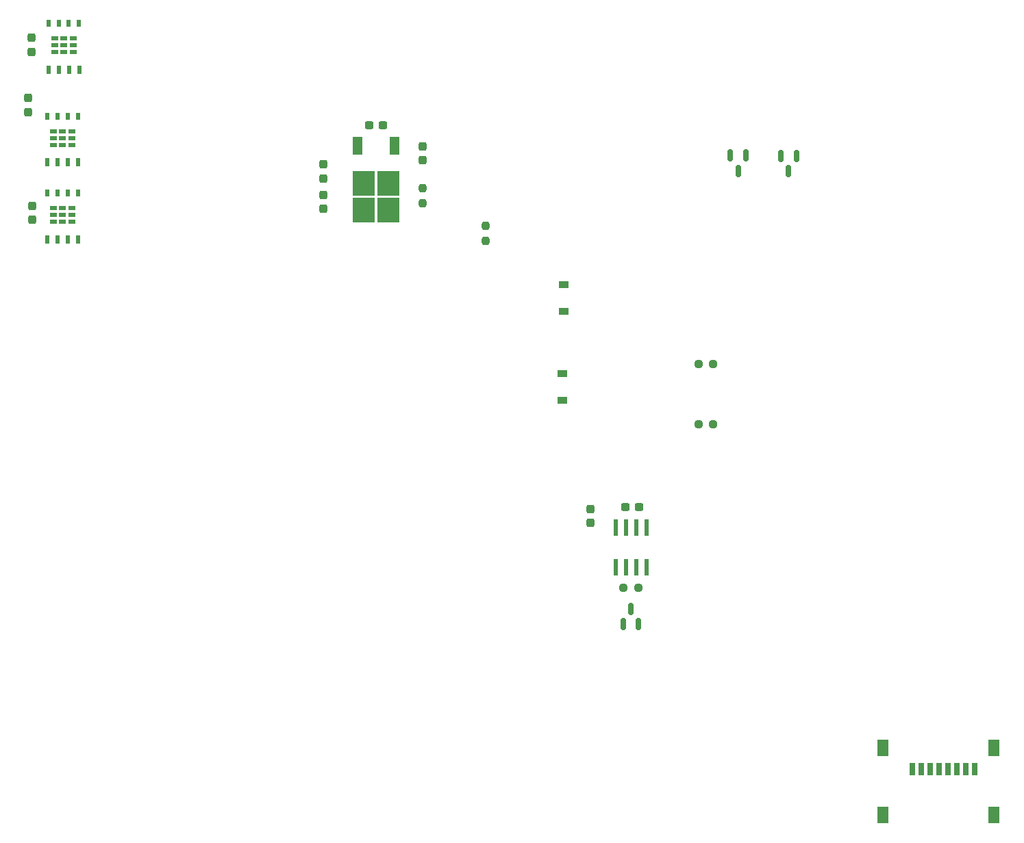
<source format=gbr>
%TF.GenerationSoftware,KiCad,Pcbnew,(6.0.1-0)*%
%TF.CreationDate,2023-01-17T12:42:10-05:00*%
%TF.ProjectId,rear-control-board,72656172-2d63-46f6-9e74-726f6c2d626f,rev?*%
%TF.SameCoordinates,Original*%
%TF.FileFunction,Paste,Top*%
%TF.FilePolarity,Positive*%
%FSLAX46Y46*%
G04 Gerber Fmt 4.6, Leading zero omitted, Abs format (unit mm)*
G04 Created by KiCad (PCBNEW (6.0.1-0)) date 2023-01-17 12:42:10*
%MOMM*%
%LPD*%
G01*
G04 APERTURE LIST*
G04 Aperture macros list*
%AMRoundRect*
0 Rectangle with rounded corners*
0 $1 Rounding radius*
0 $2 $3 $4 $5 $6 $7 $8 $9 X,Y pos of 4 corners*
0 Add a 4 corners polygon primitive as box body*
4,1,4,$2,$3,$4,$5,$6,$7,$8,$9,$2,$3,0*
0 Add four circle primitives for the rounded corners*
1,1,$1+$1,$2,$3*
1,1,$1+$1,$4,$5*
1,1,$1+$1,$6,$7*
1,1,$1+$1,$8,$9*
0 Add four rect primitives between the rounded corners*
20,1,$1+$1,$2,$3,$4,$5,0*
20,1,$1+$1,$4,$5,$6,$7,0*
20,1,$1+$1,$6,$7,$8,$9,0*
20,1,$1+$1,$8,$9,$2,$3,0*%
G04 Aperture macros list end*
%ADD10R,2.750000X3.050000*%
%ADD11R,1.200000X2.200000*%
%ADD12R,1.200000X0.900000*%
%ADD13RoundRect,0.237500X-0.237500X0.300000X-0.237500X-0.300000X0.237500X-0.300000X0.237500X0.300000X0*%
%ADD14R,0.800000X1.500000*%
%ADD15R,1.450000X2.000000*%
%ADD16RoundRect,0.237500X-0.300000X-0.237500X0.300000X-0.237500X0.300000X0.237500X-0.300000X0.237500X0*%
%ADD17RoundRect,0.041300X-0.253700X0.943700X-0.253700X-0.943700X0.253700X-0.943700X0.253700X0.943700X0*%
%ADD18R,0.900000X0.600000*%
%ADD19R,0.600000X0.900000*%
%ADD20R,0.600000X1.050000*%
%ADD21RoundRect,0.237500X-0.237500X0.287500X-0.237500X-0.287500X0.237500X-0.287500X0.237500X0.287500X0*%
%ADD22RoundRect,0.237500X0.237500X-0.300000X0.237500X0.300000X-0.237500X0.300000X-0.237500X-0.300000X0*%
%ADD23RoundRect,0.150000X0.150000X-0.587500X0.150000X0.587500X-0.150000X0.587500X-0.150000X-0.587500X0*%
%ADD24RoundRect,0.237500X0.250000X0.237500X-0.250000X0.237500X-0.250000X-0.237500X0.250000X-0.237500X0*%
%ADD25RoundRect,0.150000X-0.150000X0.587500X-0.150000X-0.587500X0.150000X-0.587500X0.150000X0.587500X0*%
%ADD26RoundRect,0.237500X-0.237500X0.250000X-0.237500X-0.250000X0.237500X-0.250000X0.237500X0.250000X0*%
%ADD27RoundRect,0.237500X0.237500X-0.250000X0.237500X0.250000X-0.237500X0.250000X-0.237500X-0.250000X0*%
G04 APERTURE END LIST*
D10*
%TO.C,U2*%
X120250000Y-83150000D03*
X120250000Y-86500000D03*
X117200000Y-86500000D03*
X117200000Y-83150000D03*
D11*
X121005000Y-78525000D03*
X116445000Y-78525000D03*
%TD*%
D12*
%TO.C,D5*%
X141750000Y-110001115D03*
X141750000Y-106701115D03*
%TD*%
D13*
%TO.C,C2*%
X76150000Y-65172500D03*
X76150000Y-66897500D03*
%TD*%
D14*
%TO.C,J7*%
X185050000Y-155622500D03*
X186150000Y-155622500D03*
X187250000Y-155622500D03*
X188350000Y-155622500D03*
X189450000Y-155622500D03*
X190550000Y-155622500D03*
X191650000Y-155622500D03*
X192750000Y-155622500D03*
D15*
X181375000Y-161322500D03*
X181375000Y-153022500D03*
X195125000Y-153022500D03*
X195125000Y-161322500D03*
%TD*%
D16*
%TO.C,C12*%
X149525000Y-123250000D03*
X151250000Y-123250000D03*
%TD*%
D17*
%TO.C,U4*%
X152155000Y-125775000D03*
X150885000Y-125775000D03*
X149615000Y-125775000D03*
X148345000Y-125775000D03*
X148345000Y-130725000D03*
X149615000Y-130725000D03*
X150885000Y-130725000D03*
X152155000Y-130725000D03*
%TD*%
D18*
%TO.C,Q3*%
X80000000Y-87100000D03*
D19*
X78120000Y-84400000D03*
D18*
X81150000Y-87100000D03*
X81150000Y-87950000D03*
D19*
X80600000Y-84400000D03*
D18*
X80000000Y-87950000D03*
X78850000Y-87100000D03*
X78850000Y-87950000D03*
X81150000Y-86250000D03*
X80000000Y-86250000D03*
D19*
X81880000Y-84400000D03*
X79400000Y-84400000D03*
D18*
X78850000Y-86250000D03*
D20*
X78090000Y-90120000D03*
X79360000Y-90120000D03*
X80640000Y-90120000D03*
X81910000Y-90120000D03*
%TD*%
D19*
%TO.C,Q2*%
X79400000Y-74865000D03*
X81880000Y-74865000D03*
D18*
X78850000Y-76715000D03*
X81150000Y-78415000D03*
D19*
X78120000Y-74865000D03*
D18*
X78850000Y-77565000D03*
X80000000Y-77565000D03*
X78850000Y-78415000D03*
X81150000Y-77565000D03*
X81150000Y-76715000D03*
X80000000Y-78415000D03*
D19*
X80600000Y-74865000D03*
D18*
X80000000Y-76715000D03*
D20*
X78090000Y-80585000D03*
X79360000Y-80585000D03*
X80640000Y-80585000D03*
X81910000Y-80585000D03*
%TD*%
D21*
%TO.C,D1*%
X112225000Y-80850000D03*
X112225000Y-82600000D03*
%TD*%
D22*
%TO.C,C4*%
X112225000Y-86337500D03*
X112225000Y-84612500D03*
%TD*%
%TO.C,C8*%
X145250000Y-125225000D03*
X145250000Y-123500000D03*
%TD*%
D12*
%TO.C,D4*%
X141917500Y-99013615D03*
X141917500Y-95713615D03*
%TD*%
D23*
%TO.C,D9*%
X149300000Y-137687500D03*
X151200000Y-137687500D03*
X150250000Y-135812500D03*
%TD*%
D24*
%TO.C,R4*%
X160412500Y-105500000D03*
X158587500Y-105500000D03*
%TD*%
D25*
%TO.C,D6*%
X170700000Y-79812500D03*
X168800000Y-79812500D03*
X169750000Y-81687500D03*
%TD*%
D22*
%TO.C,C13*%
X75750000Y-74362500D03*
X75750000Y-72637500D03*
%TD*%
D24*
%TO.C,R6*%
X151162500Y-133250000D03*
X149337500Y-133250000D03*
%TD*%
D18*
%TO.C,Q4*%
X81300000Y-66100000D03*
X79000000Y-66950000D03*
X80150000Y-65250000D03*
D19*
X79550000Y-63400000D03*
D18*
X80150000Y-66950000D03*
X80150000Y-66100000D03*
X81300000Y-65250000D03*
D19*
X82030000Y-63400000D03*
D18*
X79000000Y-65250000D03*
X81300000Y-66950000D03*
D19*
X80750000Y-63400000D03*
D18*
X79000000Y-66100000D03*
D19*
X78270000Y-63400000D03*
D20*
X78240000Y-69120000D03*
X79510000Y-69120000D03*
X80790000Y-69120000D03*
X82060000Y-69120000D03*
%TD*%
D13*
%TO.C,C3*%
X76250000Y-85987500D03*
X76250000Y-87712500D03*
%TD*%
D24*
%TO.C,R7*%
X160412500Y-113000000D03*
X158587500Y-113000000D03*
%TD*%
D26*
%TO.C,R3*%
X132250000Y-88438615D03*
X132250000Y-90263615D03*
%TD*%
D16*
%TO.C,C1*%
X117862500Y-75975000D03*
X119587500Y-75975000D03*
%TD*%
D27*
%TO.C,R2*%
X124475000Y-85637500D03*
X124475000Y-83812500D03*
%TD*%
D21*
%TO.C,D8*%
X124475000Y-78600000D03*
X124475000Y-80350000D03*
%TD*%
D25*
%TO.C,D2*%
X164450000Y-79750000D03*
X162550000Y-79750000D03*
X163500000Y-81625000D03*
%TD*%
M02*

</source>
